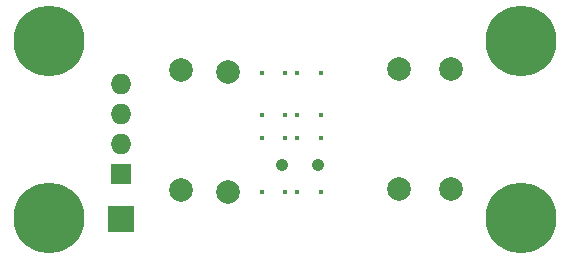
<source format=gts>
%FSLAX34Y34*%
G04 Gerber Fmt 3.4, Leading zero omitted, Abs format*
G04 (created by PCBNEW (2014-jan-25)-product) date Sun 13 Jul 2014 10:27:30 AM PDT*
%MOIN*%
G01*
G70*
G90*
G04 APERTURE LIST*
%ADD10C,0.003937*%
%ADD11R,0.068000X0.068000*%
%ADD12O,0.068000X0.068000*%
%ADD13C,0.078700*%
%ADD14C,0.015748*%
%ADD15C,0.041339*%
%ADD16C,0.236220*%
%ADD17R,0.088000X0.088000*%
G04 APERTURE END LIST*
G54D10*
G54D11*
X43750Y-45750D03*
G54D12*
X43750Y-44750D03*
X43750Y-43750D03*
X43750Y-42750D03*
G54D13*
X53000Y-46250D03*
X53000Y-42250D03*
X45750Y-42300D03*
X45750Y-46300D03*
X54750Y-46250D03*
X54750Y-42250D03*
G54D14*
X49212Y-42411D03*
X48425Y-42411D03*
X49212Y-43809D03*
X48425Y-43809D03*
X50393Y-42411D03*
X49606Y-42411D03*
X50393Y-43809D03*
X49606Y-43809D03*
X49606Y-46367D03*
X50393Y-46368D03*
X49606Y-44576D03*
X50393Y-44576D03*
G54D15*
X50295Y-45472D03*
G54D14*
X48425Y-46367D03*
X49212Y-46368D03*
X48425Y-44576D03*
X49212Y-44576D03*
G54D15*
X49114Y-45472D03*
G54D16*
X57086Y-47244D03*
X41338Y-47244D03*
X57086Y-41338D03*
X41338Y-41338D03*
G54D13*
X47300Y-46350D03*
X47300Y-42350D03*
G54D17*
X43750Y-47250D03*
M02*

</source>
